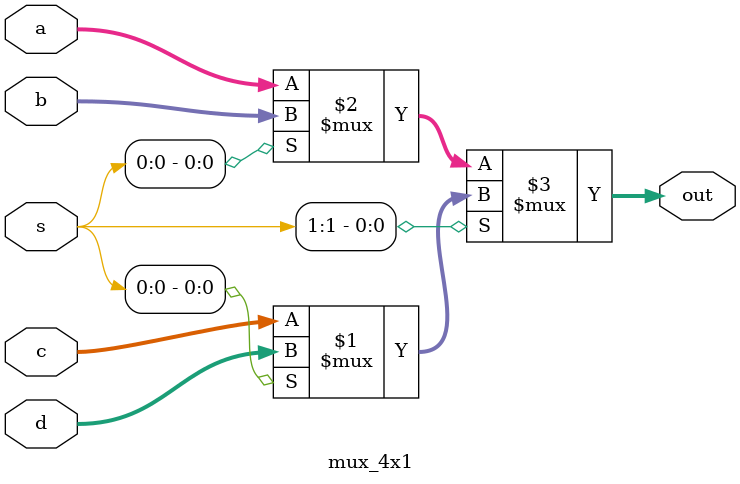
<source format=v>
`timescale 1ns / 1ps



module mux_4x1(
    input [31:0] a,
    input [31:0] b,
    input [31:0] c,
    input [31:0] d,
    input [1:0] s,
    output [31:0] out
    );
    
    assign out= s[1] ? (s[0] ? d : c) : (s[0] ? b : a);
    
endmodule 
</source>
